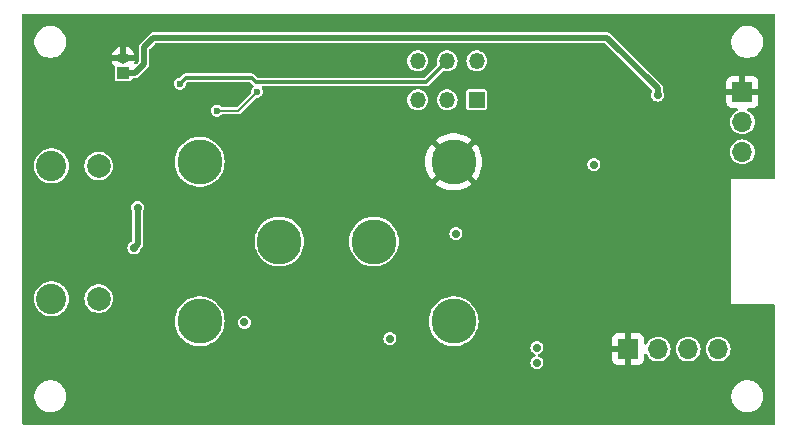
<source format=gbl>
%TF.GenerationSoftware,KiCad,Pcbnew,8.0.2-1*%
%TF.CreationDate,2024-09-12T10:11:59+09:00*%
%TF.ProjectId,gas_nrf52832,6761735f-6e72-4663-9532-3833322e6b69,rev?*%
%TF.SameCoordinates,Original*%
%TF.FileFunction,Copper,L4,Bot*%
%TF.FilePolarity,Positive*%
%FSLAX46Y46*%
G04 Gerber Fmt 4.6, Leading zero omitted, Abs format (unit mm)*
G04 Created by KiCad (PCBNEW 8.0.2-1) date 2024-09-12 10:11:59*
%MOMM*%
%LPD*%
G01*
G04 APERTURE LIST*
%TA.AperFunction,ComponentPad*%
%ADD10R,1.000000X1.000000*%
%TD*%
%TA.AperFunction,ComponentPad*%
%ADD11O,1.000000X1.000000*%
%TD*%
%TA.AperFunction,ComponentPad*%
%ADD12R,1.700000X1.700000*%
%TD*%
%TA.AperFunction,ComponentPad*%
%ADD13O,1.700000X1.700000*%
%TD*%
%TA.AperFunction,ComponentPad*%
%ADD14R,1.350000X1.350000*%
%TD*%
%TA.AperFunction,ComponentPad*%
%ADD15O,1.350000X1.350000*%
%TD*%
%TA.AperFunction,ComponentPad*%
%ADD16C,2.010000*%
%TD*%
%TA.AperFunction,ComponentPad*%
%ADD17C,2.565000*%
%TD*%
%TA.AperFunction,ComponentPad*%
%ADD18C,3.800000*%
%TD*%
%TA.AperFunction,ViaPad*%
%ADD19C,0.600000*%
%TD*%
%TA.AperFunction,ViaPad*%
%ADD20C,0.700000*%
%TD*%
%TA.AperFunction,Conductor*%
%ADD21C,0.500000*%
%TD*%
%TA.AperFunction,Conductor*%
%ADD22C,0.200000*%
%TD*%
%TA.AperFunction,Conductor*%
%ADD23C,0.300000*%
%TD*%
G04 APERTURE END LIST*
D10*
X98080000Y-80640000D03*
D11*
X98080000Y-79370000D03*
D12*
X140820000Y-104000000D03*
D13*
X143360000Y-104000000D03*
X145900000Y-104000000D03*
X148440000Y-104000000D03*
D14*
X128000000Y-82900000D03*
D15*
X125500000Y-82900000D03*
X123000000Y-82900000D03*
X128000000Y-79600000D03*
X125500000Y-79600000D03*
X123000000Y-79600000D03*
D12*
X150500000Y-82235000D03*
D13*
X150500000Y-84775000D03*
X150500000Y-87315000D03*
D16*
X96000000Y-88500000D03*
D17*
X92000000Y-88500000D03*
X92000000Y-99740000D03*
D16*
X96000000Y-99740000D03*
D18*
X104550000Y-101650000D03*
X104550000Y-88150000D03*
X111300000Y-94900000D03*
X119300000Y-94900000D03*
X126050000Y-88150000D03*
X126050000Y-101650000D03*
D19*
X143825000Y-86075000D03*
X116625000Y-98550000D03*
X95000000Y-105000000D03*
X146850000Y-88025000D03*
X105500000Y-80070000D03*
X115000000Y-76450000D03*
X115000000Y-109500000D03*
X115000000Y-85000000D03*
X135990000Y-105865000D03*
X137500000Y-83000000D03*
X90500000Y-109500000D03*
X100000000Y-109500000D03*
X125000000Y-109500000D03*
X133265000Y-106095000D03*
X140000000Y-97500000D03*
X112020000Y-99850000D03*
X130000000Y-109500000D03*
X133600000Y-92500000D03*
X127195000Y-96635000D03*
X118600000Y-103825000D03*
X108250000Y-79020000D03*
X100000000Y-100000000D03*
X130000000Y-76450000D03*
X142526054Y-88024813D03*
X111305000Y-84040000D03*
X152500000Y-80000000D03*
X135000000Y-76450000D03*
X129375000Y-90975000D03*
X145000000Y-109500000D03*
X104350000Y-78895000D03*
X130000000Y-79500000D03*
X110350000Y-80620000D03*
X110000000Y-76450000D03*
X104250000Y-82945000D03*
X139000000Y-76450000D03*
X133230000Y-99670000D03*
X100960000Y-92760000D03*
X152500000Y-109500000D03*
X90500000Y-76500000D03*
X110000000Y-109500000D03*
X135190000Y-101965000D03*
D20*
X147525000Y-78525000D03*
D19*
X120000000Y-85000000D03*
X100000000Y-76450000D03*
X140000000Y-109500000D03*
X95000000Y-109500000D03*
X100275000Y-81695000D03*
D20*
X96950000Y-97750000D03*
D19*
X135000000Y-109500000D03*
X110000000Y-90000000D03*
X100000000Y-105000000D03*
X107000000Y-80070000D03*
X105000000Y-109500000D03*
X95000000Y-76450000D03*
X152500000Y-85000000D03*
X118600000Y-97950000D03*
X139000000Y-79500000D03*
X129106765Y-93898235D03*
X152500000Y-105000000D03*
X142050000Y-85200000D03*
X100975000Y-83895000D03*
X135000000Y-79500000D03*
X90500000Y-80000000D03*
X125000000Y-76450000D03*
X145000000Y-106000000D03*
X126320000Y-96960000D03*
X133265000Y-102845000D03*
D20*
X96950000Y-90450000D03*
X149100000Y-100850000D03*
D19*
X102150000Y-78895000D03*
X107000000Y-81670000D03*
X105000000Y-76450000D03*
X144750000Y-88025000D03*
X152500000Y-101000000D03*
X145000000Y-92500000D03*
X152500000Y-89000000D03*
X152500000Y-76450000D03*
X142500000Y-95000000D03*
X137700000Y-90000000D03*
X120000000Y-76450000D03*
X133600000Y-91000000D03*
D20*
X137700000Y-99900000D03*
D19*
X145925000Y-84225000D03*
X134965000Y-96950000D03*
X109995000Y-100800000D03*
X105500000Y-81670000D03*
X90500000Y-95000000D03*
X90510000Y-105000000D03*
X100725000Y-78945000D03*
D20*
X149100000Y-91600000D03*
D19*
X147500000Y-76450000D03*
X100950000Y-95450000D03*
X102175000Y-83895000D03*
X109465181Y-80607187D03*
X132500000Y-83000000D03*
X137590000Y-105870000D03*
X139000000Y-86600000D03*
X120000000Y-109500000D03*
X115000000Y-90000000D03*
D20*
X143330000Y-82500000D03*
X133096000Y-105156000D03*
X133096000Y-103886000D03*
X126238000Y-94234000D03*
X137922000Y-88392000D03*
X120650000Y-103124000D03*
X108340000Y-101740000D03*
D19*
X109400000Y-82220000D03*
X106000000Y-83820000D03*
X102865380Y-81535380D03*
D20*
X99300000Y-92025000D03*
X98985000Y-95435000D03*
D21*
X100584000Y-77650000D02*
X99822000Y-78412000D01*
X99080000Y-80640000D02*
X98080000Y-80640000D01*
X99822000Y-79898000D02*
X99080000Y-80640000D01*
X139069239Y-77650000D02*
X100584000Y-77650000D01*
X143330000Y-81910761D02*
X139069239Y-77650000D01*
X143330000Y-82500000D02*
X143330000Y-81910761D01*
X99822000Y-78412000D02*
X99822000Y-79898000D01*
D22*
X109400000Y-82225000D02*
X107800000Y-83825000D01*
X107800000Y-83825000D02*
X106000000Y-83825000D01*
D23*
X123730000Y-81370000D02*
X125500000Y-79600000D01*
X103380760Y-81020000D02*
X108940000Y-81020000D01*
X109290000Y-81370000D02*
X123730000Y-81370000D01*
X102865380Y-81535380D02*
X103380760Y-81020000D01*
X108940000Y-81020000D02*
X109290000Y-81370000D01*
D21*
X98985000Y-95435000D02*
X99300000Y-95120000D01*
X99300000Y-95120000D02*
X99300000Y-92025000D01*
%TA.AperFunction,Conductor*%
G36*
X153243039Y-75619685D02*
G01*
X153288794Y-75672489D01*
X153300000Y-75724000D01*
X153300000Y-89503500D01*
X153280315Y-89570539D01*
X153227511Y-89616294D01*
X153176000Y-89627500D01*
X149500000Y-89627500D01*
X149500000Y-100227500D01*
X153176000Y-100227500D01*
X153243039Y-100247185D01*
X153288794Y-100299989D01*
X153300000Y-100351500D01*
X153300000Y-110276000D01*
X153280315Y-110343039D01*
X153227511Y-110388794D01*
X153176000Y-110400000D01*
X89624000Y-110400000D01*
X89556961Y-110380315D01*
X89511206Y-110327511D01*
X89500000Y-110276000D01*
X89500000Y-107893713D01*
X90549500Y-107893713D01*
X90549500Y-108106286D01*
X90582753Y-108316239D01*
X90648444Y-108518414D01*
X90744951Y-108707820D01*
X90869890Y-108879786D01*
X91020213Y-109030109D01*
X91192179Y-109155048D01*
X91192181Y-109155049D01*
X91192184Y-109155051D01*
X91381588Y-109251557D01*
X91583757Y-109317246D01*
X91793713Y-109350500D01*
X91793714Y-109350500D01*
X92006286Y-109350500D01*
X92006287Y-109350500D01*
X92216243Y-109317246D01*
X92418412Y-109251557D01*
X92607816Y-109155051D01*
X92629789Y-109139086D01*
X92779786Y-109030109D01*
X92779788Y-109030106D01*
X92779792Y-109030104D01*
X92930104Y-108879792D01*
X92930106Y-108879788D01*
X92930109Y-108879786D01*
X93055048Y-108707820D01*
X93055047Y-108707820D01*
X93055051Y-108707816D01*
X93151557Y-108518412D01*
X93217246Y-108316243D01*
X93250500Y-108106287D01*
X93250500Y-107893713D01*
X149549500Y-107893713D01*
X149549500Y-108106286D01*
X149582753Y-108316239D01*
X149648444Y-108518414D01*
X149744951Y-108707820D01*
X149869890Y-108879786D01*
X150020213Y-109030109D01*
X150192179Y-109155048D01*
X150192181Y-109155049D01*
X150192184Y-109155051D01*
X150381588Y-109251557D01*
X150583757Y-109317246D01*
X150793713Y-109350500D01*
X150793714Y-109350500D01*
X151006286Y-109350500D01*
X151006287Y-109350500D01*
X151216243Y-109317246D01*
X151418412Y-109251557D01*
X151607816Y-109155051D01*
X151629789Y-109139086D01*
X151779786Y-109030109D01*
X151779788Y-109030106D01*
X151779792Y-109030104D01*
X151930104Y-108879792D01*
X151930106Y-108879788D01*
X151930109Y-108879786D01*
X152055048Y-108707820D01*
X152055047Y-108707820D01*
X152055051Y-108707816D01*
X152151557Y-108518412D01*
X152217246Y-108316243D01*
X152250500Y-108106287D01*
X152250500Y-107893713D01*
X152217246Y-107683757D01*
X152151557Y-107481588D01*
X152055051Y-107292184D01*
X152055049Y-107292181D01*
X152055048Y-107292179D01*
X151930109Y-107120213D01*
X151779786Y-106969890D01*
X151607820Y-106844951D01*
X151418414Y-106748444D01*
X151418413Y-106748443D01*
X151418412Y-106748443D01*
X151216243Y-106682754D01*
X151216241Y-106682753D01*
X151216240Y-106682753D01*
X151054957Y-106657208D01*
X151006287Y-106649500D01*
X150793713Y-106649500D01*
X150745042Y-106657208D01*
X150583760Y-106682753D01*
X150381585Y-106748444D01*
X150192179Y-106844951D01*
X150020213Y-106969890D01*
X149869890Y-107120213D01*
X149744951Y-107292179D01*
X149648444Y-107481585D01*
X149582753Y-107683760D01*
X149549500Y-107893713D01*
X93250500Y-107893713D01*
X93217246Y-107683757D01*
X93151557Y-107481588D01*
X93055051Y-107292184D01*
X93055049Y-107292181D01*
X93055048Y-107292179D01*
X92930109Y-107120213D01*
X92779786Y-106969890D01*
X92607820Y-106844951D01*
X92418414Y-106748444D01*
X92418413Y-106748443D01*
X92418412Y-106748443D01*
X92216243Y-106682754D01*
X92216241Y-106682753D01*
X92216240Y-106682753D01*
X92054957Y-106657208D01*
X92006287Y-106649500D01*
X91793713Y-106649500D01*
X91745042Y-106657208D01*
X91583760Y-106682753D01*
X91381585Y-106748444D01*
X91192179Y-106844951D01*
X91020213Y-106969890D01*
X90869890Y-107120213D01*
X90744951Y-107292179D01*
X90648444Y-107481585D01*
X90582753Y-107683760D01*
X90549500Y-107893713D01*
X89500000Y-107893713D01*
X89500000Y-103885999D01*
X132540750Y-103885999D01*
X132540750Y-103886000D01*
X132559670Y-104029708D01*
X132559671Y-104029712D01*
X132615137Y-104163622D01*
X132615138Y-104163624D01*
X132615139Y-104163625D01*
X132703379Y-104278621D01*
X132818375Y-104366861D01*
X132836692Y-104374448D01*
X132913925Y-104406439D01*
X132968329Y-104450280D01*
X132990394Y-104516574D01*
X132973115Y-104584273D01*
X132921978Y-104631884D01*
X132913925Y-104635561D01*
X132818378Y-104675137D01*
X132703379Y-104763379D01*
X132615137Y-104878377D01*
X132559671Y-105012287D01*
X132559670Y-105012291D01*
X132540750Y-105155999D01*
X132540750Y-105156000D01*
X132559670Y-105299708D01*
X132559671Y-105299712D01*
X132615137Y-105433622D01*
X132615138Y-105433624D01*
X132615139Y-105433625D01*
X132703379Y-105548621D01*
X132818375Y-105636861D01*
X132952291Y-105692330D01*
X133079280Y-105709048D01*
X133095999Y-105711250D01*
X133096000Y-105711250D01*
X133096001Y-105711250D01*
X133110977Y-105709278D01*
X133239709Y-105692330D01*
X133373625Y-105636861D01*
X133488621Y-105548621D01*
X133576861Y-105433625D01*
X133632330Y-105299709D01*
X133651250Y-105156000D01*
X133632330Y-105012291D01*
X133576861Y-104878375D01*
X133488621Y-104763379D01*
X133373625Y-104675139D01*
X133373624Y-104675138D01*
X133373622Y-104675137D01*
X133278074Y-104635561D01*
X133223670Y-104591721D01*
X133201605Y-104525427D01*
X133218884Y-104457727D01*
X133270021Y-104410116D01*
X133278074Y-104406439D01*
X133355308Y-104374448D01*
X133373625Y-104366861D01*
X133488621Y-104278621D01*
X133576861Y-104163625D01*
X133632330Y-104029709D01*
X133651250Y-103886000D01*
X133632330Y-103742291D01*
X133595350Y-103653013D01*
X133576862Y-103608377D01*
X133576861Y-103608376D01*
X133576861Y-103608375D01*
X133488621Y-103493379D01*
X133373625Y-103405139D01*
X133373624Y-103405138D01*
X133373622Y-103405137D01*
X133239712Y-103349671D01*
X133239710Y-103349670D01*
X133239709Y-103349670D01*
X133167854Y-103340210D01*
X133096001Y-103330750D01*
X133095999Y-103330750D01*
X132952291Y-103349670D01*
X132952287Y-103349671D01*
X132818377Y-103405137D01*
X132703379Y-103493379D01*
X132615137Y-103608377D01*
X132559671Y-103742287D01*
X132559670Y-103742291D01*
X132540750Y-103885999D01*
X89500000Y-103885999D01*
X89500000Y-101650000D01*
X102444592Y-101650000D01*
X102464201Y-101936680D01*
X102522666Y-102218034D01*
X102522667Y-102218037D01*
X102618894Y-102488793D01*
X102618893Y-102488793D01*
X102751098Y-102743935D01*
X102916812Y-102978700D01*
X103001923Y-103069831D01*
X103112947Y-103188708D01*
X103335853Y-103370055D01*
X103576869Y-103516621D01*
X103581382Y-103519365D01*
X103757915Y-103596043D01*
X103844942Y-103633844D01*
X104121642Y-103711371D01*
X104371920Y-103745771D01*
X104406321Y-103750500D01*
X104406322Y-103750500D01*
X104693679Y-103750500D01*
X104724370Y-103746281D01*
X104978358Y-103711371D01*
X105255058Y-103633844D01*
X105368015Y-103584779D01*
X105518617Y-103519365D01*
X105518620Y-103519363D01*
X105518625Y-103519361D01*
X105764147Y-103370055D01*
X105987053Y-103188708D01*
X106047487Y-103123999D01*
X120094750Y-103123999D01*
X120094750Y-103124000D01*
X120113670Y-103267708D01*
X120113671Y-103267712D01*
X120169137Y-103401622D01*
X120169138Y-103401624D01*
X120169139Y-103401625D01*
X120257379Y-103516621D01*
X120372375Y-103604861D01*
X120372376Y-103604861D01*
X120372377Y-103604862D01*
X120387464Y-103611111D01*
X120506291Y-103660330D01*
X120633280Y-103677048D01*
X120649999Y-103679250D01*
X120650000Y-103679250D01*
X120650001Y-103679250D01*
X120664977Y-103677278D01*
X120793709Y-103660330D01*
X120927625Y-103604861D01*
X121042621Y-103516621D01*
X121130861Y-103401625D01*
X121186330Y-103267709D01*
X121205250Y-103124000D01*
X121205028Y-103122317D01*
X121202374Y-103102155D01*
X121186330Y-102980291D01*
X121130861Y-102846375D01*
X121042621Y-102731379D01*
X120927625Y-102643139D01*
X120927624Y-102643138D01*
X120927622Y-102643137D01*
X120793712Y-102587671D01*
X120793710Y-102587670D01*
X120793709Y-102587670D01*
X120721854Y-102578210D01*
X120650001Y-102568750D01*
X120649999Y-102568750D01*
X120506291Y-102587670D01*
X120506287Y-102587671D01*
X120372377Y-102643137D01*
X120257379Y-102731379D01*
X120169137Y-102846377D01*
X120113671Y-102980287D01*
X120113670Y-102980291D01*
X120094750Y-103123999D01*
X106047487Y-103123999D01*
X106183189Y-102978698D01*
X106348901Y-102743936D01*
X106481104Y-102488797D01*
X106577334Y-102218032D01*
X106635798Y-101936686D01*
X106649252Y-101739999D01*
X107784750Y-101739999D01*
X107784750Y-101740000D01*
X107803670Y-101883708D01*
X107803671Y-101883712D01*
X107859137Y-102017622D01*
X107859138Y-102017624D01*
X107859139Y-102017625D01*
X107947379Y-102132621D01*
X108062375Y-102220861D01*
X108196291Y-102276330D01*
X108323280Y-102293048D01*
X108339999Y-102295250D01*
X108340000Y-102295250D01*
X108340001Y-102295250D01*
X108354977Y-102293278D01*
X108483709Y-102276330D01*
X108617625Y-102220861D01*
X108732621Y-102132621D01*
X108820861Y-102017625D01*
X108876330Y-101883709D01*
X108895250Y-101740000D01*
X108883401Y-101650000D01*
X123944592Y-101650000D01*
X123964201Y-101936680D01*
X124022666Y-102218034D01*
X124022667Y-102218037D01*
X124118894Y-102488793D01*
X124118893Y-102488793D01*
X124251098Y-102743935D01*
X124416812Y-102978700D01*
X124501923Y-103069831D01*
X124612947Y-103188708D01*
X124835853Y-103370055D01*
X125076869Y-103516621D01*
X125081382Y-103519365D01*
X125257915Y-103596043D01*
X125344942Y-103633844D01*
X125621642Y-103711371D01*
X125871920Y-103745771D01*
X125906321Y-103750500D01*
X125906322Y-103750500D01*
X126193679Y-103750500D01*
X126224370Y-103746281D01*
X126478358Y-103711371D01*
X126755058Y-103633844D01*
X126868015Y-103584779D01*
X127018617Y-103519365D01*
X127018620Y-103519363D01*
X127018625Y-103519361D01*
X127264147Y-103370055D01*
X127487053Y-103188708D01*
X127567888Y-103102155D01*
X139470000Y-103102155D01*
X139470000Y-103750000D01*
X140386988Y-103750000D01*
X140354075Y-103807007D01*
X140320000Y-103934174D01*
X140320000Y-104065826D01*
X140354075Y-104192993D01*
X140386988Y-104250000D01*
X139470000Y-104250000D01*
X139470000Y-104897844D01*
X139476401Y-104957372D01*
X139476403Y-104957379D01*
X139526645Y-105092086D01*
X139526649Y-105092093D01*
X139612809Y-105207187D01*
X139612812Y-105207190D01*
X139727906Y-105293350D01*
X139727913Y-105293354D01*
X139862620Y-105343596D01*
X139862627Y-105343598D01*
X139922155Y-105349999D01*
X139922172Y-105350000D01*
X140570000Y-105350000D01*
X140570000Y-104433012D01*
X140627007Y-104465925D01*
X140754174Y-104500000D01*
X140885826Y-104500000D01*
X141012993Y-104465925D01*
X141070000Y-104433012D01*
X141070000Y-105350000D01*
X141717828Y-105350000D01*
X141717844Y-105349999D01*
X141777372Y-105343598D01*
X141777379Y-105343596D01*
X141912086Y-105293354D01*
X141912093Y-105293350D01*
X142027187Y-105207190D01*
X142027190Y-105207187D01*
X142113350Y-105092093D01*
X142113354Y-105092086D01*
X142163596Y-104957379D01*
X142163598Y-104957372D01*
X142169999Y-104897844D01*
X142170000Y-104897827D01*
X142170000Y-104497186D01*
X142189685Y-104430147D01*
X142242489Y-104384392D01*
X142311647Y-104374448D01*
X142375203Y-104403473D01*
X142403356Y-104438729D01*
X142482315Y-104586450D01*
X142482317Y-104586452D01*
X142613589Y-104746410D01*
X142710209Y-104825702D01*
X142773550Y-104877685D01*
X142956046Y-104975232D01*
X143154066Y-105035300D01*
X143154065Y-105035300D01*
X143172529Y-105037118D01*
X143360000Y-105055583D01*
X143565934Y-105035300D01*
X143763954Y-104975232D01*
X143946450Y-104877685D01*
X144106410Y-104746410D01*
X144237685Y-104586450D01*
X144335232Y-104403954D01*
X144395300Y-104205934D01*
X144415583Y-104000000D01*
X144844417Y-104000000D01*
X144864699Y-104205932D01*
X144864700Y-104205934D01*
X144924768Y-104403954D01*
X145022315Y-104586450D01*
X145022317Y-104586452D01*
X145153589Y-104746410D01*
X145250209Y-104825702D01*
X145313550Y-104877685D01*
X145496046Y-104975232D01*
X145694066Y-105035300D01*
X145694065Y-105035300D01*
X145712529Y-105037118D01*
X145900000Y-105055583D01*
X146105934Y-105035300D01*
X146303954Y-104975232D01*
X146486450Y-104877685D01*
X146646410Y-104746410D01*
X146777685Y-104586450D01*
X146875232Y-104403954D01*
X146935300Y-104205934D01*
X146955583Y-104000000D01*
X147384417Y-104000000D01*
X147404699Y-104205932D01*
X147404700Y-104205934D01*
X147464768Y-104403954D01*
X147562315Y-104586450D01*
X147562317Y-104586452D01*
X147693589Y-104746410D01*
X147790209Y-104825702D01*
X147853550Y-104877685D01*
X148036046Y-104975232D01*
X148234066Y-105035300D01*
X148234065Y-105035300D01*
X148252529Y-105037118D01*
X148440000Y-105055583D01*
X148645934Y-105035300D01*
X148843954Y-104975232D01*
X149026450Y-104877685D01*
X149186410Y-104746410D01*
X149317685Y-104586450D01*
X149415232Y-104403954D01*
X149475300Y-104205934D01*
X149495583Y-104000000D01*
X149475300Y-103794066D01*
X149415232Y-103596046D01*
X149317685Y-103413550D01*
X149198000Y-103267712D01*
X149186410Y-103253589D01*
X149026452Y-103122317D01*
X149026453Y-103122317D01*
X149026450Y-103122315D01*
X148843954Y-103024768D01*
X148645934Y-102964700D01*
X148645932Y-102964699D01*
X148645934Y-102964699D01*
X148440000Y-102944417D01*
X148234067Y-102964699D01*
X148036043Y-103024769D01*
X148002634Y-103042627D01*
X147853550Y-103122315D01*
X147853548Y-103122316D01*
X147853547Y-103122317D01*
X147693589Y-103253589D01*
X147562317Y-103413547D01*
X147464769Y-103596043D01*
X147464768Y-103596045D01*
X147464768Y-103596046D01*
X147460198Y-103611111D01*
X147404699Y-103794067D01*
X147384417Y-104000000D01*
X146955583Y-104000000D01*
X146935300Y-103794066D01*
X146875232Y-103596046D01*
X146777685Y-103413550D01*
X146658000Y-103267712D01*
X146646410Y-103253589D01*
X146486452Y-103122317D01*
X146486453Y-103122317D01*
X146486450Y-103122315D01*
X146303954Y-103024768D01*
X146105934Y-102964700D01*
X146105932Y-102964699D01*
X146105934Y-102964699D01*
X145900000Y-102944417D01*
X145694067Y-102964699D01*
X145496043Y-103024769D01*
X145462634Y-103042627D01*
X145313550Y-103122315D01*
X145313548Y-103122316D01*
X145313547Y-103122317D01*
X145153589Y-103253589D01*
X145022317Y-103413547D01*
X144924769Y-103596043D01*
X144924768Y-103596045D01*
X144924768Y-103596046D01*
X144920198Y-103611111D01*
X144864699Y-103794067D01*
X144844417Y-104000000D01*
X144415583Y-104000000D01*
X144395300Y-103794066D01*
X144335232Y-103596046D01*
X144237685Y-103413550D01*
X144118000Y-103267712D01*
X144106410Y-103253589D01*
X143946452Y-103122317D01*
X143946453Y-103122317D01*
X143946450Y-103122315D01*
X143763954Y-103024768D01*
X143565934Y-102964700D01*
X143565932Y-102964699D01*
X143565934Y-102964699D01*
X143360000Y-102944417D01*
X143154067Y-102964699D01*
X142956043Y-103024769D01*
X142922634Y-103042627D01*
X142773550Y-103122315D01*
X142773548Y-103122316D01*
X142773547Y-103122317D01*
X142613589Y-103253589D01*
X142482317Y-103413547D01*
X142482315Y-103413550D01*
X142410887Y-103547181D01*
X142403358Y-103561267D01*
X142354395Y-103611111D01*
X142286257Y-103626571D01*
X142220578Y-103602739D01*
X142178209Y-103547181D01*
X142170000Y-103502813D01*
X142170000Y-103102172D01*
X142169999Y-103102155D01*
X142163598Y-103042627D01*
X142163596Y-103042620D01*
X142113354Y-102907913D01*
X142113350Y-102907906D01*
X142027190Y-102792812D01*
X142027187Y-102792809D01*
X141912093Y-102706649D01*
X141912086Y-102706645D01*
X141777379Y-102656403D01*
X141777372Y-102656401D01*
X141717844Y-102650000D01*
X141070000Y-102650000D01*
X141070000Y-103566988D01*
X141012993Y-103534075D01*
X140885826Y-103500000D01*
X140754174Y-103500000D01*
X140627007Y-103534075D01*
X140570000Y-103566988D01*
X140570000Y-102650000D01*
X139922155Y-102650000D01*
X139862627Y-102656401D01*
X139862620Y-102656403D01*
X139727913Y-102706645D01*
X139727906Y-102706649D01*
X139612812Y-102792809D01*
X139612809Y-102792812D01*
X139526649Y-102907906D01*
X139526645Y-102907913D01*
X139476403Y-103042620D01*
X139476401Y-103042627D01*
X139470000Y-103102155D01*
X127567888Y-103102155D01*
X127683189Y-102978698D01*
X127848901Y-102743936D01*
X127981104Y-102488797D01*
X128077334Y-102218032D01*
X128135798Y-101936686D01*
X128155408Y-101650000D01*
X128135798Y-101363314D01*
X128077334Y-101081968D01*
X127981105Y-100811206D01*
X127981106Y-100811206D01*
X127848901Y-100556064D01*
X127683187Y-100321299D01*
X127548742Y-100177345D01*
X127487053Y-100111292D01*
X127264147Y-99929945D01*
X127264146Y-99929944D01*
X127018617Y-99780634D01*
X126755063Y-99666158D01*
X126755061Y-99666157D01*
X126755058Y-99666156D01*
X126625578Y-99629877D01*
X126478364Y-99588630D01*
X126478359Y-99588629D01*
X126478358Y-99588629D01*
X126336018Y-99569064D01*
X126193679Y-99549500D01*
X126193678Y-99549500D01*
X125906322Y-99549500D01*
X125906321Y-99549500D01*
X125621642Y-99588629D01*
X125621635Y-99588630D01*
X125413861Y-99646845D01*
X125344942Y-99666156D01*
X125344939Y-99666156D01*
X125344936Y-99666158D01*
X125344935Y-99666158D01*
X125081382Y-99780634D01*
X124835853Y-99929944D01*
X124612950Y-100111289D01*
X124416812Y-100321299D01*
X124251098Y-100556064D01*
X124118894Y-100811206D01*
X124022667Y-101081962D01*
X124022666Y-101081965D01*
X123964201Y-101363319D01*
X123944592Y-101650000D01*
X108883401Y-101650000D01*
X108876330Y-101596291D01*
X108820861Y-101462375D01*
X108732621Y-101347379D01*
X108617625Y-101259139D01*
X108617624Y-101259138D01*
X108617622Y-101259137D01*
X108483712Y-101203671D01*
X108483710Y-101203670D01*
X108483709Y-101203670D01*
X108411854Y-101194210D01*
X108340001Y-101184750D01*
X108339999Y-101184750D01*
X108196291Y-101203670D01*
X108196287Y-101203671D01*
X108062377Y-101259137D01*
X107947379Y-101347379D01*
X107859137Y-101462377D01*
X107803671Y-101596287D01*
X107803670Y-101596291D01*
X107784750Y-101739999D01*
X106649252Y-101739999D01*
X106655408Y-101650000D01*
X106635798Y-101363314D01*
X106577334Y-101081968D01*
X106481105Y-100811206D01*
X106481106Y-100811206D01*
X106348901Y-100556064D01*
X106183187Y-100321299D01*
X106048742Y-100177345D01*
X105987053Y-100111292D01*
X105764147Y-99929945D01*
X105764146Y-99929944D01*
X105518617Y-99780634D01*
X105255063Y-99666158D01*
X105255061Y-99666157D01*
X105255058Y-99666156D01*
X105125578Y-99629877D01*
X104978364Y-99588630D01*
X104978359Y-99588629D01*
X104978358Y-99588629D01*
X104836018Y-99569064D01*
X104693679Y-99549500D01*
X104693678Y-99549500D01*
X104406322Y-99549500D01*
X104406321Y-99549500D01*
X104121642Y-99588629D01*
X104121635Y-99588630D01*
X103913861Y-99646845D01*
X103844942Y-99666156D01*
X103844939Y-99666156D01*
X103844936Y-99666158D01*
X103844935Y-99666158D01*
X103581382Y-99780634D01*
X103335853Y-99929944D01*
X103112950Y-100111289D01*
X102916812Y-100321299D01*
X102751098Y-100556064D01*
X102618894Y-100811206D01*
X102522667Y-101081962D01*
X102522666Y-101081965D01*
X102464201Y-101363319D01*
X102444592Y-101650000D01*
X89500000Y-101650000D01*
X89500000Y-99739994D01*
X90511917Y-99739994D01*
X90511917Y-99740005D01*
X90532212Y-99984926D01*
X90592545Y-100223180D01*
X90691269Y-100448248D01*
X90825690Y-100653996D01*
X90825693Y-100653999D01*
X90992149Y-100834818D01*
X91186096Y-100985773D01*
X91402244Y-101102747D01*
X91634697Y-101182548D01*
X91877115Y-101223000D01*
X92122885Y-101223000D01*
X92365303Y-101182548D01*
X92597756Y-101102747D01*
X92813904Y-100985773D01*
X93007851Y-100834818D01*
X93174307Y-100653999D01*
X93308730Y-100448249D01*
X93407455Y-100223180D01*
X93467787Y-99984930D01*
X93476807Y-99876072D01*
X93488083Y-99740005D01*
X93488083Y-99739999D01*
X94789336Y-99739999D01*
X94789336Y-99740000D01*
X94809949Y-99962454D01*
X94809949Y-99962456D01*
X94809950Y-99962459D01*
X94871089Y-100177342D01*
X94871090Y-100177345D01*
X94970669Y-100377326D01*
X94970674Y-100377334D01*
X95105310Y-100555621D01*
X95270411Y-100706130D01*
X95270413Y-100706132D01*
X95460357Y-100823740D01*
X95460358Y-100823740D01*
X95460361Y-100823742D01*
X95668686Y-100904448D01*
X95888294Y-100945500D01*
X95888296Y-100945500D01*
X96111704Y-100945500D01*
X96111706Y-100945500D01*
X96331314Y-100904448D01*
X96539639Y-100823742D01*
X96729588Y-100706131D01*
X96894691Y-100555619D01*
X97029327Y-100377332D01*
X97128911Y-100177342D01*
X97190050Y-99962459D01*
X97210664Y-99740000D01*
X97210663Y-99739994D01*
X97190050Y-99517545D01*
X97190050Y-99517541D01*
X97128911Y-99302658D01*
X97106086Y-99256819D01*
X97029330Y-99102673D01*
X97029325Y-99102665D01*
X96894689Y-98924378D01*
X96729588Y-98773869D01*
X96729586Y-98773867D01*
X96539642Y-98656259D01*
X96539636Y-98656257D01*
X96331314Y-98575552D01*
X96111706Y-98534500D01*
X95888294Y-98534500D01*
X95668686Y-98575552D01*
X95536943Y-98626589D01*
X95460363Y-98656257D01*
X95460357Y-98656259D01*
X95270413Y-98773867D01*
X95270411Y-98773869D01*
X95105310Y-98924378D01*
X94970674Y-99102665D01*
X94970669Y-99102673D01*
X94871090Y-99302654D01*
X94809949Y-99517545D01*
X94789336Y-99739999D01*
X93488083Y-99739999D01*
X93488083Y-99739994D01*
X93467787Y-99495073D01*
X93467787Y-99495070D01*
X93407455Y-99256820D01*
X93308730Y-99031751D01*
X93238580Y-98924378D01*
X93174309Y-98826003D01*
X93126314Y-98773867D01*
X93007851Y-98645182D01*
X92813904Y-98494227D01*
X92813902Y-98494226D01*
X92813901Y-98494225D01*
X92597756Y-98377253D01*
X92597748Y-98377250D01*
X92365305Y-98297452D01*
X92122885Y-98257000D01*
X91877115Y-98257000D01*
X91634694Y-98297452D01*
X91402251Y-98377250D01*
X91402243Y-98377253D01*
X91186098Y-98494225D01*
X90992150Y-98645181D01*
X90825690Y-98826003D01*
X90691269Y-99031751D01*
X90592545Y-99256819D01*
X90532212Y-99495073D01*
X90511917Y-99739994D01*
X89500000Y-99739994D01*
X89500000Y-95435000D01*
X98429750Y-95435000D01*
X98438241Y-95499498D01*
X98448670Y-95578708D01*
X98448671Y-95578712D01*
X98504137Y-95712622D01*
X98504138Y-95712624D01*
X98504139Y-95712625D01*
X98592379Y-95827621D01*
X98707375Y-95915861D01*
X98841291Y-95971330D01*
X98968280Y-95988048D01*
X98984999Y-95990250D01*
X98985000Y-95990250D01*
X98985001Y-95990250D01*
X98999977Y-95988278D01*
X99128709Y-95971330D01*
X99262625Y-95915861D01*
X99377621Y-95827621D01*
X99465861Y-95712625D01*
X99521330Y-95578709D01*
X99522344Y-95571004D01*
X99550605Y-95507106D01*
X99557604Y-95499498D01*
X99660486Y-95396617D01*
X99660486Y-95396616D01*
X99660489Y-95396614D01*
X99719798Y-95293887D01*
X99719799Y-95293886D01*
X99750500Y-95179309D01*
X99750500Y-94900000D01*
X109194592Y-94900000D01*
X109214201Y-95186680D01*
X109272666Y-95468034D01*
X109272667Y-95468037D01*
X109368894Y-95738793D01*
X109368893Y-95738793D01*
X109501098Y-95993935D01*
X109666812Y-96228700D01*
X109751923Y-96319831D01*
X109862947Y-96438708D01*
X110085853Y-96620055D01*
X110331382Y-96769365D01*
X110518237Y-96850526D01*
X110594942Y-96883844D01*
X110871642Y-96961371D01*
X111121920Y-96995771D01*
X111156321Y-97000500D01*
X111156322Y-97000500D01*
X111443679Y-97000500D01*
X111474370Y-96996281D01*
X111728358Y-96961371D01*
X112005058Y-96883844D01*
X112118015Y-96834779D01*
X112268617Y-96769365D01*
X112268620Y-96769363D01*
X112268625Y-96769361D01*
X112514147Y-96620055D01*
X112737053Y-96438708D01*
X112933189Y-96228698D01*
X113098901Y-95993936D01*
X113231104Y-95738797D01*
X113327334Y-95468032D01*
X113385798Y-95186686D01*
X113405408Y-94900000D01*
X117194592Y-94900000D01*
X117214201Y-95186680D01*
X117272666Y-95468034D01*
X117272667Y-95468037D01*
X117368894Y-95738793D01*
X117368893Y-95738793D01*
X117501098Y-95993935D01*
X117666812Y-96228700D01*
X117751923Y-96319831D01*
X117862947Y-96438708D01*
X118085853Y-96620055D01*
X118331382Y-96769365D01*
X118518237Y-96850526D01*
X118594942Y-96883844D01*
X118871642Y-96961371D01*
X119121920Y-96995771D01*
X119156321Y-97000500D01*
X119156322Y-97000500D01*
X119443679Y-97000500D01*
X119474370Y-96996281D01*
X119728358Y-96961371D01*
X120005058Y-96883844D01*
X120118015Y-96834779D01*
X120268617Y-96769365D01*
X120268620Y-96769363D01*
X120268625Y-96769361D01*
X120514147Y-96620055D01*
X120737053Y-96438708D01*
X120933189Y-96228698D01*
X121098901Y-95993936D01*
X121231104Y-95738797D01*
X121327334Y-95468032D01*
X121385798Y-95186686D01*
X121405408Y-94900000D01*
X121385798Y-94613314D01*
X121327334Y-94331968D01*
X121292516Y-94233999D01*
X125682750Y-94233999D01*
X125682750Y-94234000D01*
X125701670Y-94377708D01*
X125701671Y-94377712D01*
X125757137Y-94511622D01*
X125757138Y-94511624D01*
X125757139Y-94511625D01*
X125845379Y-94626621D01*
X125960375Y-94714861D01*
X126094291Y-94770330D01*
X126221280Y-94787048D01*
X126237999Y-94789250D01*
X126238000Y-94789250D01*
X126238001Y-94789250D01*
X126252977Y-94787278D01*
X126381709Y-94770330D01*
X126515625Y-94714861D01*
X126630621Y-94626621D01*
X126718861Y-94511625D01*
X126774330Y-94377709D01*
X126793250Y-94234000D01*
X126774330Y-94090291D01*
X126718861Y-93956375D01*
X126630621Y-93841379D01*
X126515625Y-93753139D01*
X126515624Y-93753138D01*
X126515622Y-93753137D01*
X126381712Y-93697671D01*
X126381710Y-93697670D01*
X126381709Y-93697670D01*
X126309854Y-93688210D01*
X126238001Y-93678750D01*
X126237999Y-93678750D01*
X126094291Y-93697670D01*
X126094287Y-93697671D01*
X125960377Y-93753137D01*
X125845379Y-93841379D01*
X125757137Y-93956377D01*
X125701671Y-94090287D01*
X125701670Y-94090291D01*
X125682750Y-94233999D01*
X121292516Y-94233999D01*
X121231105Y-94061206D01*
X121231106Y-94061206D01*
X121098901Y-93806064D01*
X120933187Y-93571299D01*
X120854554Y-93487105D01*
X120737053Y-93361292D01*
X120514147Y-93179945D01*
X120514146Y-93179944D01*
X120268617Y-93030634D01*
X120005063Y-92916158D01*
X120005061Y-92916157D01*
X120005058Y-92916156D01*
X119875578Y-92879877D01*
X119728364Y-92838630D01*
X119728359Y-92838629D01*
X119728358Y-92838629D01*
X119586018Y-92819064D01*
X119443679Y-92799500D01*
X119443678Y-92799500D01*
X119156322Y-92799500D01*
X119156321Y-92799500D01*
X118871642Y-92838629D01*
X118871635Y-92838630D01*
X118663861Y-92896845D01*
X118594942Y-92916156D01*
X118594939Y-92916156D01*
X118594936Y-92916158D01*
X118594935Y-92916158D01*
X118331382Y-93030634D01*
X118085853Y-93179944D01*
X117862950Y-93361289D01*
X117666812Y-93571299D01*
X117501098Y-93806064D01*
X117368894Y-94061206D01*
X117272667Y-94331962D01*
X117272666Y-94331965D01*
X117214201Y-94613319D01*
X117194592Y-94900000D01*
X113405408Y-94900000D01*
X113385798Y-94613314D01*
X113327334Y-94331968D01*
X113231105Y-94061206D01*
X113231106Y-94061206D01*
X113098901Y-93806064D01*
X112933187Y-93571299D01*
X112854554Y-93487105D01*
X112737053Y-93361292D01*
X112514147Y-93179945D01*
X112514146Y-93179944D01*
X112268617Y-93030634D01*
X112005063Y-92916158D01*
X112005061Y-92916157D01*
X112005058Y-92916156D01*
X111875578Y-92879877D01*
X111728364Y-92838630D01*
X111728359Y-92838629D01*
X111728358Y-92838629D01*
X111586018Y-92819064D01*
X111443679Y-92799500D01*
X111443678Y-92799500D01*
X111156322Y-92799500D01*
X111156321Y-92799500D01*
X110871642Y-92838629D01*
X110871635Y-92838630D01*
X110663861Y-92896845D01*
X110594942Y-92916156D01*
X110594939Y-92916156D01*
X110594936Y-92916158D01*
X110594935Y-92916158D01*
X110331382Y-93030634D01*
X110085853Y-93179944D01*
X109862950Y-93361289D01*
X109666812Y-93571299D01*
X109501098Y-93806064D01*
X109368894Y-94061206D01*
X109272667Y-94331962D01*
X109272666Y-94331965D01*
X109214201Y-94613319D01*
X109194592Y-94900000D01*
X99750500Y-94900000D01*
X99750500Y-92384284D01*
X99770185Y-92317245D01*
X99776116Y-92308808D01*
X99780861Y-92302625D01*
X99836330Y-92168709D01*
X99855250Y-92025000D01*
X99836330Y-91881291D01*
X99780861Y-91747375D01*
X99692621Y-91632379D01*
X99577625Y-91544139D01*
X99577624Y-91544138D01*
X99577622Y-91544137D01*
X99443712Y-91488671D01*
X99443710Y-91488670D01*
X99443709Y-91488670D01*
X99371854Y-91479210D01*
X99300001Y-91469750D01*
X99299999Y-91469750D01*
X99156291Y-91488670D01*
X99156287Y-91488671D01*
X99022377Y-91544137D01*
X98907379Y-91632379D01*
X98819137Y-91747377D01*
X98763671Y-91881287D01*
X98763670Y-91881291D01*
X98744750Y-92024999D01*
X98744750Y-92025000D01*
X98763670Y-92168708D01*
X98763671Y-92168712D01*
X98819137Y-92302622D01*
X98819138Y-92302624D01*
X98819139Y-92302625D01*
X98823875Y-92308798D01*
X98849070Y-92373965D01*
X98849500Y-92384284D01*
X98849500Y-94812415D01*
X98829815Y-94879454D01*
X98777011Y-94925209D01*
X98772952Y-94926976D01*
X98707378Y-94954137D01*
X98592379Y-95042379D01*
X98504137Y-95157377D01*
X98448671Y-95291287D01*
X98448670Y-95291291D01*
X98434804Y-95396615D01*
X98429750Y-95435000D01*
X89500000Y-95435000D01*
X89500000Y-88499994D01*
X90511917Y-88499994D01*
X90511917Y-88500005D01*
X90532212Y-88744926D01*
X90592545Y-88983180D01*
X90691269Y-89208248D01*
X90825690Y-89413996D01*
X90825693Y-89413999D01*
X90992149Y-89594818D01*
X91186096Y-89745773D01*
X91402244Y-89862747D01*
X91634697Y-89942548D01*
X91877115Y-89983000D01*
X92122885Y-89983000D01*
X92365303Y-89942548D01*
X92597756Y-89862747D01*
X92813904Y-89745773D01*
X93007851Y-89594818D01*
X93174307Y-89413999D01*
X93308730Y-89208249D01*
X93407455Y-88983180D01*
X93467787Y-88744930D01*
X93488083Y-88500000D01*
X93488083Y-88499999D01*
X94789336Y-88499999D01*
X94789336Y-88500000D01*
X94809949Y-88722454D01*
X94809949Y-88722456D01*
X94809950Y-88722459D01*
X94852743Y-88872861D01*
X94871090Y-88937345D01*
X94970669Y-89137326D01*
X94970674Y-89137334D01*
X95105310Y-89315621D01*
X95270411Y-89466130D01*
X95270413Y-89466132D01*
X95460357Y-89583740D01*
X95460358Y-89583740D01*
X95460361Y-89583742D01*
X95668686Y-89664448D01*
X95888294Y-89705500D01*
X95888296Y-89705500D01*
X96111704Y-89705500D01*
X96111706Y-89705500D01*
X96331314Y-89664448D01*
X96539639Y-89583742D01*
X96729588Y-89466131D01*
X96894691Y-89315619D01*
X97029327Y-89137332D01*
X97128911Y-88937342D01*
X97190050Y-88722459D01*
X97210664Y-88500000D01*
X97210663Y-88499994D01*
X97200656Y-88391999D01*
X97190050Y-88277541D01*
X97153762Y-88150000D01*
X102444592Y-88150000D01*
X102464201Y-88436680D01*
X102464201Y-88436684D01*
X102464202Y-88436686D01*
X102477359Y-88499999D01*
X102522666Y-88718034D01*
X102522667Y-88718037D01*
X102618894Y-88988793D01*
X102618893Y-88988793D01*
X102751098Y-89243935D01*
X102916812Y-89478700D01*
X102995977Y-89563464D01*
X103112947Y-89688708D01*
X103335853Y-89870055D01*
X103577474Y-90016989D01*
X103581382Y-90019365D01*
X103768237Y-90100526D01*
X103844942Y-90133844D01*
X104121642Y-90211371D01*
X104371920Y-90245771D01*
X104406321Y-90250500D01*
X104406322Y-90250500D01*
X104693679Y-90250500D01*
X104724370Y-90246281D01*
X104978358Y-90211371D01*
X105255058Y-90133844D01*
X105368015Y-90084779D01*
X105518617Y-90019365D01*
X105518620Y-90019363D01*
X105518625Y-90019361D01*
X105764147Y-89870055D01*
X105987053Y-89688708D01*
X106183189Y-89478698D01*
X106348901Y-89243936D01*
X106481104Y-88988797D01*
X106577334Y-88718032D01*
X106635798Y-88436686D01*
X106655408Y-88150000D01*
X106655408Y-88149994D01*
X123645255Y-88149994D01*
X123645255Y-88150005D01*
X123664215Y-88451383D01*
X123664216Y-88451390D01*
X123720805Y-88748040D01*
X123814125Y-89035247D01*
X123814127Y-89035252D01*
X123942704Y-89308491D01*
X123942707Y-89308497D01*
X124104516Y-89563469D01*
X124185311Y-89661133D01*
X124898932Y-88947512D01*
X124982140Y-89062039D01*
X125137961Y-89217860D01*
X125252485Y-89301066D01*
X124536564Y-90016987D01*
X124536565Y-90016989D01*
X124761461Y-90180385D01*
X124761479Y-90180397D01*
X125026109Y-90325878D01*
X125026117Y-90325882D01*
X125306889Y-90437047D01*
X125306892Y-90437048D01*
X125599399Y-90512150D01*
X125898995Y-90549999D01*
X125899007Y-90550000D01*
X126200993Y-90550000D01*
X126201004Y-90549999D01*
X126500600Y-90512150D01*
X126793107Y-90437048D01*
X126793110Y-90437047D01*
X127073882Y-90325882D01*
X127073890Y-90325878D01*
X127338520Y-90180397D01*
X127338530Y-90180390D01*
X127563433Y-90016987D01*
X127563434Y-90016987D01*
X126847514Y-89301066D01*
X126962039Y-89217860D01*
X127117860Y-89062039D01*
X127201067Y-88947514D01*
X127914687Y-89661134D01*
X127995486Y-89563464D01*
X128157292Y-89308497D01*
X128157295Y-89308491D01*
X128285872Y-89035252D01*
X128285874Y-89035247D01*
X128379194Y-88748040D01*
X128435783Y-88451390D01*
X128435784Y-88451383D01*
X128439520Y-88392000D01*
X137366750Y-88392000D01*
X137378050Y-88477834D01*
X137385670Y-88535708D01*
X137385671Y-88535712D01*
X137441137Y-88669622D01*
X137441138Y-88669624D01*
X137441139Y-88669625D01*
X137529379Y-88784621D01*
X137644375Y-88872861D01*
X137778291Y-88928330D01*
X137905280Y-88945048D01*
X137921999Y-88947250D01*
X137922000Y-88947250D01*
X137922001Y-88947250D01*
X137936977Y-88945278D01*
X138065709Y-88928330D01*
X138199625Y-88872861D01*
X138314621Y-88784621D01*
X138402861Y-88669625D01*
X138458330Y-88535709D01*
X138477250Y-88392000D01*
X138458330Y-88248291D01*
X138402861Y-88114375D01*
X138314621Y-87999379D01*
X138199625Y-87911139D01*
X138199624Y-87911138D01*
X138199622Y-87911137D01*
X138065712Y-87855671D01*
X138065710Y-87855670D01*
X138065709Y-87855670D01*
X137993854Y-87846210D01*
X137922001Y-87836750D01*
X137921999Y-87836750D01*
X137778291Y-87855670D01*
X137778287Y-87855671D01*
X137644377Y-87911137D01*
X137529379Y-87999379D01*
X137441137Y-88114377D01*
X137385671Y-88248287D01*
X137385670Y-88248291D01*
X137380149Y-88290230D01*
X137366750Y-88392000D01*
X128439520Y-88392000D01*
X128454745Y-88150005D01*
X128454745Y-88149994D01*
X128435784Y-87848616D01*
X128435783Y-87848609D01*
X128379194Y-87551959D01*
X128302201Y-87315000D01*
X149444417Y-87315000D01*
X149464699Y-87520932D01*
X149484438Y-87586003D01*
X149524768Y-87718954D01*
X149622315Y-87901450D01*
X149622317Y-87901452D01*
X149753589Y-88061410D01*
X149818128Y-88114375D01*
X149913550Y-88192685D01*
X150096046Y-88290232D01*
X150294066Y-88350300D01*
X150294065Y-88350300D01*
X150312529Y-88352118D01*
X150500000Y-88370583D01*
X150705934Y-88350300D01*
X150903954Y-88290232D01*
X151086450Y-88192685D01*
X151246410Y-88061410D01*
X151377685Y-87901450D01*
X151475232Y-87718954D01*
X151535300Y-87520934D01*
X151555583Y-87315000D01*
X151535300Y-87109066D01*
X151475232Y-86911046D01*
X151377685Y-86728550D01*
X151304082Y-86638864D01*
X151246410Y-86568589D01*
X151086452Y-86437317D01*
X151086453Y-86437317D01*
X151086450Y-86437315D01*
X150903954Y-86339768D01*
X150705934Y-86279700D01*
X150705932Y-86279699D01*
X150705934Y-86279699D01*
X150500000Y-86259417D01*
X150294067Y-86279699D01*
X150096043Y-86339769D01*
X149985898Y-86398643D01*
X149913550Y-86437315D01*
X149913548Y-86437316D01*
X149913547Y-86437317D01*
X149753589Y-86568589D01*
X149622317Y-86728547D01*
X149622315Y-86728550D01*
X149618051Y-86736528D01*
X149524769Y-86911043D01*
X149464699Y-87109067D01*
X149444417Y-87315000D01*
X128302201Y-87315000D01*
X128285874Y-87264752D01*
X128285872Y-87264747D01*
X128157295Y-86991508D01*
X128157292Y-86991502D01*
X127995483Y-86736530D01*
X127914686Y-86638864D01*
X127201066Y-87352484D01*
X127117860Y-87237961D01*
X126962039Y-87082140D01*
X126847513Y-86998932D01*
X127563434Y-86283011D01*
X127563433Y-86283009D01*
X127338538Y-86119614D01*
X127338520Y-86119602D01*
X127073890Y-85974121D01*
X127073882Y-85974117D01*
X126793110Y-85862952D01*
X126793107Y-85862951D01*
X126500600Y-85787849D01*
X126201004Y-85750000D01*
X125898995Y-85750000D01*
X125599399Y-85787849D01*
X125306892Y-85862951D01*
X125306889Y-85862952D01*
X125026117Y-85974117D01*
X125026109Y-85974121D01*
X124761476Y-86119604D01*
X124761471Y-86119607D01*
X124536565Y-86283010D01*
X124536564Y-86283011D01*
X125252486Y-86998932D01*
X125137961Y-87082140D01*
X124982140Y-87237961D01*
X124898932Y-87352485D01*
X124185311Y-86638864D01*
X124104520Y-86736525D01*
X124104518Y-86736528D01*
X123942707Y-86991502D01*
X123942704Y-86991508D01*
X123814127Y-87264747D01*
X123814125Y-87264752D01*
X123720805Y-87551959D01*
X123664216Y-87848609D01*
X123664215Y-87848616D01*
X123645255Y-88149994D01*
X106655408Y-88149994D01*
X106635798Y-87863314D01*
X106579448Y-87592143D01*
X106577333Y-87581963D01*
X106481105Y-87311206D01*
X106481106Y-87311206D01*
X106348901Y-87056064D01*
X106183187Y-86821299D01*
X106104013Y-86736525D01*
X105987053Y-86611292D01*
X105858452Y-86506667D01*
X105764146Y-86429944D01*
X105518617Y-86280634D01*
X105255063Y-86166158D01*
X105255061Y-86166157D01*
X105255058Y-86166156D01*
X105125578Y-86129877D01*
X104978364Y-86088630D01*
X104978359Y-86088629D01*
X104978358Y-86088629D01*
X104836018Y-86069064D01*
X104693679Y-86049500D01*
X104693678Y-86049500D01*
X104406322Y-86049500D01*
X104406321Y-86049500D01*
X104121642Y-86088629D01*
X104121635Y-86088630D01*
X103913861Y-86146845D01*
X103844942Y-86166156D01*
X103844939Y-86166156D01*
X103844936Y-86166158D01*
X103844935Y-86166158D01*
X103581382Y-86280634D01*
X103335853Y-86429944D01*
X103112950Y-86611289D01*
X102916812Y-86821299D01*
X102751098Y-87056064D01*
X102618894Y-87311206D01*
X102522666Y-87581963D01*
X102464201Y-87863319D01*
X102444592Y-88150000D01*
X97153762Y-88150000D01*
X97128911Y-88062658D01*
X97053462Y-87911137D01*
X97029330Y-87862673D01*
X97029325Y-87862665D01*
X96894689Y-87684378D01*
X96729588Y-87533869D01*
X96729586Y-87533867D01*
X96539642Y-87416259D01*
X96539636Y-87416257D01*
X96331314Y-87335552D01*
X96111706Y-87294500D01*
X95888294Y-87294500D01*
X95668686Y-87335552D01*
X95536943Y-87386589D01*
X95460363Y-87416257D01*
X95460357Y-87416259D01*
X95270413Y-87533867D01*
X95270411Y-87533869D01*
X95105310Y-87684378D01*
X94970674Y-87862665D01*
X94970669Y-87862673D01*
X94871090Y-88062654D01*
X94871089Y-88062658D01*
X94818274Y-88248287D01*
X94809949Y-88277545D01*
X94789336Y-88499999D01*
X93488083Y-88499999D01*
X93486246Y-88477834D01*
X93470701Y-88290232D01*
X93467787Y-88255070D01*
X93407455Y-88016820D01*
X93308730Y-87791751D01*
X93261171Y-87718956D01*
X93174309Y-87586003D01*
X93114408Y-87520934D01*
X93007851Y-87405182D01*
X92813904Y-87254227D01*
X92813902Y-87254226D01*
X92813901Y-87254225D01*
X92597756Y-87137253D01*
X92597748Y-87137250D01*
X92365305Y-87057452D01*
X92122885Y-87017000D01*
X91877115Y-87017000D01*
X91634694Y-87057452D01*
X91402251Y-87137250D01*
X91402243Y-87137253D01*
X91186098Y-87254225D01*
X90992150Y-87405181D01*
X90825690Y-87586003D01*
X90691269Y-87791751D01*
X90592545Y-88016819D01*
X90532212Y-88255073D01*
X90511917Y-88499994D01*
X89500000Y-88499994D01*
X89500000Y-81535380D01*
X102359733Y-81535380D01*
X102380214Y-81677836D01*
X102417759Y-81760046D01*
X102440003Y-81808753D01*
X102534252Y-81917523D01*
X102655327Y-81995333D01*
X102655330Y-81995334D01*
X102655329Y-81995334D01*
X102793416Y-82035879D01*
X102793418Y-82035880D01*
X102793419Y-82035880D01*
X102937342Y-82035880D01*
X102937342Y-82035879D01*
X103075433Y-81995333D01*
X103196508Y-81917523D01*
X103290757Y-81808753D01*
X103350545Y-81677837D01*
X103366827Y-81564588D01*
X103395850Y-81501036D01*
X103401856Y-81494584D01*
X103489624Y-81406816D01*
X103550946Y-81373334D01*
X103577303Y-81370500D01*
X108743456Y-81370500D01*
X108810495Y-81390185D01*
X108831137Y-81406819D01*
X109078259Y-81653941D01*
X109111744Y-81715264D01*
X109106760Y-81784956D01*
X109071792Y-81835325D01*
X109068878Y-81837849D01*
X108974623Y-81946626D01*
X108974622Y-81946628D01*
X108914834Y-82077543D01*
X108894353Y-82220000D01*
X108894353Y-82220002D01*
X108896289Y-82233470D01*
X108886344Y-82302628D01*
X108861232Y-82338795D01*
X107711848Y-83488181D01*
X107650525Y-83521666D01*
X107624167Y-83524500D01*
X106462833Y-83524500D01*
X106395794Y-83504815D01*
X106369120Y-83481703D01*
X106331128Y-83437857D01*
X106210053Y-83360047D01*
X106210051Y-83360046D01*
X106210049Y-83360045D01*
X106210050Y-83360045D01*
X106071963Y-83319500D01*
X106071961Y-83319500D01*
X105928039Y-83319500D01*
X105928036Y-83319500D01*
X105789949Y-83360045D01*
X105668873Y-83437856D01*
X105668872Y-83437856D01*
X105668872Y-83437857D01*
X105656290Y-83452377D01*
X105574623Y-83546626D01*
X105574622Y-83546628D01*
X105514834Y-83677543D01*
X105494353Y-83820000D01*
X105514834Y-83962456D01*
X105561875Y-84065460D01*
X105574623Y-84093373D01*
X105668872Y-84202143D01*
X105789947Y-84279953D01*
X105789950Y-84279954D01*
X105789949Y-84279954D01*
X105928036Y-84320499D01*
X105928038Y-84320500D01*
X105928039Y-84320500D01*
X106071962Y-84320500D01*
X106071962Y-84320499D01*
X106210053Y-84279953D01*
X106331128Y-84202143D01*
X106360456Y-84168296D01*
X106419233Y-84130523D01*
X106454168Y-84125500D01*
X107839560Y-84125500D01*
X107839562Y-84125500D01*
X107915989Y-84105021D01*
X107984511Y-84065460D01*
X108040460Y-84009511D01*
X109149971Y-82900000D01*
X122119678Y-82900000D01*
X122138915Y-83083029D01*
X122138916Y-83083032D01*
X122195783Y-83258053D01*
X122195786Y-83258059D01*
X122287805Y-83417440D01*
X122381650Y-83521666D01*
X122410949Y-83554206D01*
X122410951Y-83554208D01*
X122559834Y-83662378D01*
X122559835Y-83662378D01*
X122559839Y-83662381D01*
X122687944Y-83719417D01*
X122727961Y-83737234D01*
X122727966Y-83737236D01*
X122907981Y-83775500D01*
X123092019Y-83775500D01*
X123272034Y-83737236D01*
X123440161Y-83662381D01*
X123589050Y-83554207D01*
X123712195Y-83417440D01*
X123804214Y-83258059D01*
X123861085Y-83083029D01*
X123880322Y-82900000D01*
X124619678Y-82900000D01*
X124638915Y-83083029D01*
X124638916Y-83083032D01*
X124695783Y-83258053D01*
X124695786Y-83258059D01*
X124787805Y-83417440D01*
X124881650Y-83521666D01*
X124910949Y-83554206D01*
X124910951Y-83554208D01*
X125059834Y-83662378D01*
X125059835Y-83662378D01*
X125059839Y-83662381D01*
X125187944Y-83719417D01*
X125227961Y-83737234D01*
X125227966Y-83737236D01*
X125407981Y-83775500D01*
X125592019Y-83775500D01*
X125772034Y-83737236D01*
X125940161Y-83662381D01*
X126089050Y-83554207D01*
X126212195Y-83417440D01*
X126304214Y-83258059D01*
X126361085Y-83083029D01*
X126380322Y-82900000D01*
X126361085Y-82716971D01*
X126323775Y-82602143D01*
X126304216Y-82541946D01*
X126304213Y-82541940D01*
X126279999Y-82500000D01*
X126212195Y-82382560D01*
X126089050Y-82245793D01*
X126089048Y-82245791D01*
X126033244Y-82205247D01*
X127124500Y-82205247D01*
X127124500Y-83594752D01*
X127136131Y-83653229D01*
X127136132Y-83653230D01*
X127180447Y-83719552D01*
X127246769Y-83763867D01*
X127246770Y-83763868D01*
X127305247Y-83775499D01*
X127305250Y-83775500D01*
X127305252Y-83775500D01*
X128694750Y-83775500D01*
X128694751Y-83775499D01*
X128709568Y-83772552D01*
X128753229Y-83763868D01*
X128753229Y-83763867D01*
X128753231Y-83763867D01*
X128819552Y-83719552D01*
X128863867Y-83653231D01*
X128863867Y-83653229D01*
X128863868Y-83653229D01*
X128875499Y-83594752D01*
X128875500Y-83594750D01*
X128875500Y-82205249D01*
X128875499Y-82205247D01*
X128863868Y-82146770D01*
X128863867Y-82146769D01*
X128819552Y-82080447D01*
X128753230Y-82036132D01*
X128753229Y-82036131D01*
X128694752Y-82024500D01*
X128694748Y-82024500D01*
X127305252Y-82024500D01*
X127305247Y-82024500D01*
X127246770Y-82036131D01*
X127246769Y-82036132D01*
X127180447Y-82080447D01*
X127136132Y-82146769D01*
X127136131Y-82146770D01*
X127124500Y-82205247D01*
X126033244Y-82205247D01*
X125940165Y-82137621D01*
X125940162Y-82137619D01*
X125940161Y-82137619D01*
X125849747Y-82097364D01*
X125772038Y-82062765D01*
X125772033Y-82062763D01*
X125592019Y-82024500D01*
X125407981Y-82024500D01*
X125227966Y-82062763D01*
X125227961Y-82062765D01*
X125059839Y-82137619D01*
X125059834Y-82137621D01*
X124910951Y-82245791D01*
X124910949Y-82245793D01*
X124787804Y-82382561D01*
X124695786Y-82541940D01*
X124695783Y-82541946D01*
X124638916Y-82716967D01*
X124638915Y-82716971D01*
X124619678Y-82900000D01*
X123880322Y-82900000D01*
X123861085Y-82716971D01*
X123823775Y-82602143D01*
X123804216Y-82541946D01*
X123804213Y-82541940D01*
X123779999Y-82500000D01*
X123712195Y-82382560D01*
X123589050Y-82245793D01*
X123589048Y-82245791D01*
X123440165Y-82137621D01*
X123440162Y-82137619D01*
X123440161Y-82137619D01*
X123349747Y-82097364D01*
X123272038Y-82062765D01*
X123272033Y-82062763D01*
X123092019Y-82024500D01*
X122907981Y-82024500D01*
X122727966Y-82062763D01*
X122727961Y-82062765D01*
X122559839Y-82137619D01*
X122559834Y-82137621D01*
X122410951Y-82245791D01*
X122410949Y-82245793D01*
X122287804Y-82382561D01*
X122195786Y-82541940D01*
X122195783Y-82541946D01*
X122138916Y-82716967D01*
X122138915Y-82716971D01*
X122119678Y-82900000D01*
X109149971Y-82900000D01*
X109293152Y-82756819D01*
X109354475Y-82723334D01*
X109380833Y-82720500D01*
X109471962Y-82720500D01*
X109471962Y-82720499D01*
X109610053Y-82679953D01*
X109731128Y-82602143D01*
X109825377Y-82493373D01*
X109885165Y-82362457D01*
X109905647Y-82220000D01*
X109885165Y-82077543D01*
X109825377Y-81946627D01*
X109807245Y-81925702D01*
X109778221Y-81862147D01*
X109788165Y-81792989D01*
X109833919Y-81740185D01*
X109900959Y-81720500D01*
X123776142Y-81720500D01*
X123776144Y-81720500D01*
X123865288Y-81696614D01*
X123945212Y-81650470D01*
X125123026Y-80472654D01*
X125184347Y-80439171D01*
X125236486Y-80439047D01*
X125407981Y-80475500D01*
X125592019Y-80475500D01*
X125772034Y-80437236D01*
X125940161Y-80362381D01*
X126089050Y-80254207D01*
X126212195Y-80117440D01*
X126304214Y-79958059D01*
X126361085Y-79783029D01*
X126380322Y-79600000D01*
X127119678Y-79600000D01*
X127138915Y-79783029D01*
X127138916Y-79783031D01*
X127138916Y-79783032D01*
X127195783Y-79958053D01*
X127195786Y-79958059D01*
X127287805Y-80117440D01*
X127352688Y-80189500D01*
X127410949Y-80254206D01*
X127410951Y-80254208D01*
X127559834Y-80362378D01*
X127559835Y-80362378D01*
X127559839Y-80362381D01*
X127679863Y-80415819D01*
X127727961Y-80437234D01*
X127727966Y-80437236D01*
X127907981Y-80475500D01*
X128092019Y-80475500D01*
X128272034Y-80437236D01*
X128440161Y-80362381D01*
X128589050Y-80254207D01*
X128712195Y-80117440D01*
X128804214Y-79958059D01*
X128861085Y-79783029D01*
X128880322Y-79600000D01*
X128861085Y-79416971D01*
X128824061Y-79303023D01*
X128804216Y-79241946D01*
X128804213Y-79241940D01*
X128762936Y-79170446D01*
X128712195Y-79082560D01*
X128589050Y-78945793D01*
X128589048Y-78945791D01*
X128440165Y-78837621D01*
X128440162Y-78837619D01*
X128440161Y-78837619D01*
X128379112Y-78810438D01*
X128272038Y-78762765D01*
X128272033Y-78762763D01*
X128092019Y-78724500D01*
X127907981Y-78724500D01*
X127727966Y-78762763D01*
X127727961Y-78762765D01*
X127559839Y-78837619D01*
X127559834Y-78837621D01*
X127410951Y-78945791D01*
X127410949Y-78945793D01*
X127287804Y-79082561D01*
X127195786Y-79241940D01*
X127195783Y-79241946D01*
X127140274Y-79412787D01*
X127138915Y-79416971D01*
X127119678Y-79600000D01*
X126380322Y-79600000D01*
X126361085Y-79416971D01*
X126324061Y-79303023D01*
X126304216Y-79241946D01*
X126304213Y-79241940D01*
X126262936Y-79170446D01*
X126212195Y-79082560D01*
X126089050Y-78945793D01*
X126089048Y-78945791D01*
X125940165Y-78837621D01*
X125940162Y-78837619D01*
X125940161Y-78837619D01*
X125879112Y-78810438D01*
X125772038Y-78762765D01*
X125772033Y-78762763D01*
X125592019Y-78724500D01*
X125407981Y-78724500D01*
X125227966Y-78762763D01*
X125227961Y-78762765D01*
X125059839Y-78837619D01*
X125059834Y-78837621D01*
X124910951Y-78945791D01*
X124910949Y-78945793D01*
X124787804Y-79082561D01*
X124695786Y-79241940D01*
X124695783Y-79241946D01*
X124640274Y-79412787D01*
X124638915Y-79416971D01*
X124630667Y-79495445D01*
X124619678Y-79600000D01*
X124638915Y-79783031D01*
X124638916Y-79783033D01*
X124660158Y-79848409D01*
X124662153Y-79918250D01*
X124629908Y-79974408D01*
X123621137Y-80983181D01*
X123559814Y-81016666D01*
X123533456Y-81019500D01*
X109486544Y-81019500D01*
X109419505Y-80999815D01*
X109398863Y-80983181D01*
X109155213Y-80739531D01*
X109155208Y-80739527D01*
X109075290Y-80693387D01*
X109075289Y-80693386D01*
X109075288Y-80693386D01*
X108986144Y-80669500D01*
X103334616Y-80669500D01*
X103245472Y-80693386D01*
X103245471Y-80693386D01*
X103245469Y-80693387D01*
X103245466Y-80693388D01*
X103165554Y-80739526D01*
X103165545Y-80739533D01*
X102906517Y-80998561D01*
X102845194Y-81032046D01*
X102818836Y-81034880D01*
X102793416Y-81034880D01*
X102655329Y-81075425D01*
X102534253Y-81153236D01*
X102440003Y-81262006D01*
X102440002Y-81262008D01*
X102380214Y-81392923D01*
X102359733Y-81535380D01*
X89500000Y-81535380D01*
X89500000Y-79620000D01*
X97110840Y-79620000D01*
X97151652Y-79754541D01*
X97244503Y-79928253D01*
X97244504Y-79928254D01*
X97351353Y-80058448D01*
X97378666Y-80122758D01*
X97379500Y-80137114D01*
X97379500Y-81159752D01*
X97391131Y-81218229D01*
X97391132Y-81218230D01*
X97435447Y-81284552D01*
X97501769Y-81328867D01*
X97501770Y-81328868D01*
X97560247Y-81340499D01*
X97560250Y-81340500D01*
X97560252Y-81340500D01*
X98599750Y-81340500D01*
X98599751Y-81340499D01*
X98616479Y-81337172D01*
X98658229Y-81328868D01*
X98658229Y-81328867D01*
X98658231Y-81328867D01*
X98724552Y-81284552D01*
X98768867Y-81218231D01*
X98770765Y-81208686D01*
X98774422Y-81190308D01*
X98806807Y-81128397D01*
X98867523Y-81093823D01*
X98896039Y-81090500D01*
X99139307Y-81090500D01*
X99139309Y-81090500D01*
X99214348Y-81070392D01*
X99230207Y-81066144D01*
X99230208Y-81066143D01*
X99253887Y-81059799D01*
X99356614Y-81000489D01*
X100182489Y-80174614D01*
X100241798Y-80071887D01*
X100241799Y-80071886D01*
X100272500Y-79957309D01*
X100272500Y-79600000D01*
X122119678Y-79600000D01*
X122138915Y-79783029D01*
X122138916Y-79783031D01*
X122138916Y-79783032D01*
X122195783Y-79958053D01*
X122195786Y-79958059D01*
X122287805Y-80117440D01*
X122352688Y-80189500D01*
X122410949Y-80254206D01*
X122410951Y-80254208D01*
X122559834Y-80362378D01*
X122559835Y-80362378D01*
X122559839Y-80362381D01*
X122679863Y-80415819D01*
X122727961Y-80437234D01*
X122727966Y-80437236D01*
X122907981Y-80475500D01*
X123092019Y-80475500D01*
X123272034Y-80437236D01*
X123440161Y-80362381D01*
X123589050Y-80254207D01*
X123712195Y-80117440D01*
X123804214Y-79958059D01*
X123861085Y-79783029D01*
X123880322Y-79600000D01*
X123861085Y-79416971D01*
X123824061Y-79303023D01*
X123804216Y-79241946D01*
X123804213Y-79241940D01*
X123762936Y-79170446D01*
X123712195Y-79082560D01*
X123589050Y-78945793D01*
X123589048Y-78945791D01*
X123440165Y-78837621D01*
X123440162Y-78837619D01*
X123440161Y-78837619D01*
X123379112Y-78810438D01*
X123272038Y-78762765D01*
X123272033Y-78762763D01*
X123092019Y-78724500D01*
X122907981Y-78724500D01*
X122727966Y-78762763D01*
X122727961Y-78762765D01*
X122559839Y-78837619D01*
X122559834Y-78837621D01*
X122410951Y-78945791D01*
X122410949Y-78945793D01*
X122287804Y-79082561D01*
X122195786Y-79241940D01*
X122195783Y-79241946D01*
X122140274Y-79412787D01*
X122138915Y-79416971D01*
X122119678Y-79600000D01*
X100272500Y-79600000D01*
X100272500Y-78649965D01*
X100292185Y-78582926D01*
X100308819Y-78562284D01*
X100734285Y-78136819D01*
X100795608Y-78103334D01*
X100821966Y-78100500D01*
X138831274Y-78100500D01*
X138898313Y-78120185D01*
X138918955Y-78136819D01*
X142839702Y-82057566D01*
X142873187Y-82118889D01*
X142868203Y-82188581D01*
X142850407Y-82220721D01*
X142849140Y-82222372D01*
X142849138Y-82222374D01*
X142793671Y-82356287D01*
X142793670Y-82356291D01*
X142774750Y-82500000D01*
X142792536Y-82635099D01*
X142793670Y-82643708D01*
X142793671Y-82643712D01*
X142849137Y-82777622D01*
X142849138Y-82777624D01*
X142849139Y-82777625D01*
X142937379Y-82892621D01*
X143052375Y-82980861D01*
X143186291Y-83036330D01*
X143313280Y-83053048D01*
X143329999Y-83055250D01*
X143330000Y-83055250D01*
X143330001Y-83055250D01*
X143344977Y-83053278D01*
X143473709Y-83036330D01*
X143607625Y-82980861D01*
X143722621Y-82892621D01*
X143810861Y-82777625D01*
X143866330Y-82643709D01*
X143885250Y-82500000D01*
X143866330Y-82356291D01*
X143810861Y-82222375D01*
X143806123Y-82216200D01*
X143780930Y-82151031D01*
X143780500Y-82140715D01*
X143780500Y-81851454D01*
X143780500Y-81851452D01*
X143756008Y-81760047D01*
X143756008Y-81760046D01*
X143756008Y-81760045D01*
X143753841Y-81751960D01*
X143749799Y-81736874D01*
X143690489Y-81634147D01*
X143393497Y-81337155D01*
X149150000Y-81337155D01*
X149150000Y-81985000D01*
X150066988Y-81985000D01*
X150034075Y-82042007D01*
X150000000Y-82169174D01*
X150000000Y-82300826D01*
X150034075Y-82427993D01*
X150066988Y-82485000D01*
X149150000Y-82485000D01*
X149150000Y-83132844D01*
X149156401Y-83192372D01*
X149156403Y-83192379D01*
X149206645Y-83327086D01*
X149206649Y-83327093D01*
X149292809Y-83442187D01*
X149292812Y-83442190D01*
X149407906Y-83528350D01*
X149407913Y-83528354D01*
X149542620Y-83578596D01*
X149542627Y-83578598D01*
X149602155Y-83584999D01*
X149602172Y-83585000D01*
X150002813Y-83585000D01*
X150069852Y-83604685D01*
X150115607Y-83657489D01*
X150125551Y-83726647D01*
X150096526Y-83790203D01*
X150061267Y-83818357D01*
X149913550Y-83897315D01*
X149913548Y-83897316D01*
X149913547Y-83897317D01*
X149753589Y-84028589D01*
X149622317Y-84188547D01*
X149622315Y-84188550D01*
X149583643Y-84260898D01*
X149524769Y-84371043D01*
X149464699Y-84569067D01*
X149444417Y-84775000D01*
X149464699Y-84980932D01*
X149464700Y-84980934D01*
X149524768Y-85178954D01*
X149622315Y-85361450D01*
X149622317Y-85361452D01*
X149753589Y-85521410D01*
X149850209Y-85600702D01*
X149913550Y-85652685D01*
X150096046Y-85750232D01*
X150294066Y-85810300D01*
X150294065Y-85810300D01*
X150312529Y-85812118D01*
X150500000Y-85830583D01*
X150705934Y-85810300D01*
X150903954Y-85750232D01*
X151086450Y-85652685D01*
X151246410Y-85521410D01*
X151377685Y-85361450D01*
X151475232Y-85178954D01*
X151535300Y-84980934D01*
X151555583Y-84775000D01*
X151535300Y-84569066D01*
X151475232Y-84371046D01*
X151377685Y-84188550D01*
X151276672Y-84065464D01*
X151246410Y-84028589D01*
X151086452Y-83897317D01*
X151086453Y-83897317D01*
X151086450Y-83897315D01*
X150938732Y-83818357D01*
X150888889Y-83769395D01*
X150873429Y-83701257D01*
X150897261Y-83635578D01*
X150952819Y-83593209D01*
X150997187Y-83585000D01*
X151397828Y-83585000D01*
X151397844Y-83584999D01*
X151457372Y-83578598D01*
X151457379Y-83578596D01*
X151592086Y-83528354D01*
X151592093Y-83528350D01*
X151707187Y-83442190D01*
X151707190Y-83442187D01*
X151793350Y-83327093D01*
X151793354Y-83327086D01*
X151843596Y-83192379D01*
X151843598Y-83192372D01*
X151849999Y-83132844D01*
X151850000Y-83132827D01*
X151850000Y-82485000D01*
X150933012Y-82485000D01*
X150965925Y-82427993D01*
X151000000Y-82300826D01*
X151000000Y-82169174D01*
X150965925Y-82042007D01*
X150933012Y-81985000D01*
X151850000Y-81985000D01*
X151850000Y-81337172D01*
X151849999Y-81337155D01*
X151843598Y-81277627D01*
X151843596Y-81277620D01*
X151793354Y-81142913D01*
X151793350Y-81142906D01*
X151707190Y-81027812D01*
X151707187Y-81027809D01*
X151592093Y-80941649D01*
X151592086Y-80941645D01*
X151457379Y-80891403D01*
X151457372Y-80891401D01*
X151397844Y-80885000D01*
X150750000Y-80885000D01*
X150750000Y-81801988D01*
X150692993Y-81769075D01*
X150565826Y-81735000D01*
X150434174Y-81735000D01*
X150307007Y-81769075D01*
X150250000Y-81801988D01*
X150250000Y-80885000D01*
X149602155Y-80885000D01*
X149542627Y-80891401D01*
X149542620Y-80891403D01*
X149407913Y-80941645D01*
X149407906Y-80941649D01*
X149292812Y-81027809D01*
X149292809Y-81027812D01*
X149206649Y-81142906D01*
X149206645Y-81142913D01*
X149156403Y-81277620D01*
X149156401Y-81277627D01*
X149150000Y-81337155D01*
X143393497Y-81337155D01*
X139950055Y-77893713D01*
X149549500Y-77893713D01*
X149549500Y-78106286D01*
X149582753Y-78316239D01*
X149648444Y-78518414D01*
X149744951Y-78707820D01*
X149869890Y-78879786D01*
X150020213Y-79030109D01*
X150192179Y-79155048D01*
X150192181Y-79155049D01*
X150192184Y-79155051D01*
X150381588Y-79251557D01*
X150583757Y-79317246D01*
X150793713Y-79350500D01*
X150793714Y-79350500D01*
X151006286Y-79350500D01*
X151006287Y-79350500D01*
X151216243Y-79317246D01*
X151418412Y-79251557D01*
X151607816Y-79155051D01*
X151728804Y-79067149D01*
X151779786Y-79030109D01*
X151779788Y-79030106D01*
X151779792Y-79030104D01*
X151930104Y-78879792D01*
X151930106Y-78879788D01*
X151930109Y-78879786D01*
X152055048Y-78707820D01*
X152055047Y-78707820D01*
X152055051Y-78707816D01*
X152151557Y-78518412D01*
X152217246Y-78316243D01*
X152250500Y-78106287D01*
X152250500Y-77893713D01*
X152217246Y-77683757D01*
X152151557Y-77481588D01*
X152055051Y-77292184D01*
X152055049Y-77292181D01*
X152055048Y-77292179D01*
X151930109Y-77120213D01*
X151779786Y-76969890D01*
X151607820Y-76844951D01*
X151418414Y-76748444D01*
X151418413Y-76748443D01*
X151418412Y-76748443D01*
X151216243Y-76682754D01*
X151216241Y-76682753D01*
X151216240Y-76682753D01*
X151054957Y-76657208D01*
X151006287Y-76649500D01*
X150793713Y-76649500D01*
X150745042Y-76657208D01*
X150583760Y-76682753D01*
X150381585Y-76748444D01*
X150192179Y-76844951D01*
X150020213Y-76969890D01*
X149869890Y-77120213D01*
X149744951Y-77292179D01*
X149648444Y-77481585D01*
X149582753Y-77683760D01*
X149549500Y-77893713D01*
X139950055Y-77893713D01*
X139345853Y-77289511D01*
X139294489Y-77259856D01*
X139243127Y-77230201D01*
X139231019Y-77226957D01*
X139218912Y-77223713D01*
X139218909Y-77223712D01*
X139180717Y-77213478D01*
X139128548Y-77199500D01*
X100524691Y-77199500D01*
X100434325Y-77223713D01*
X100434324Y-77223712D01*
X100410115Y-77230200D01*
X100410106Y-77230204D01*
X100307392Y-77289505D01*
X100307384Y-77289511D01*
X99461513Y-78135383D01*
X99461509Y-78135389D01*
X99402201Y-78238112D01*
X99402200Y-78238117D01*
X99371500Y-78352691D01*
X99371500Y-79660035D01*
X99351815Y-79727074D01*
X99335185Y-79747711D01*
X99234488Y-79848409D01*
X99219048Y-79863849D01*
X99157725Y-79897333D01*
X99088033Y-79892349D01*
X99032100Y-79850477D01*
X99007683Y-79785013D01*
X99012707Y-79740171D01*
X99049160Y-79620000D01*
X98289618Y-79620000D01*
X98340064Y-79569554D01*
X98382851Y-79495445D01*
X98405000Y-79412787D01*
X98405000Y-79327213D01*
X98382851Y-79244555D01*
X98340064Y-79170446D01*
X98289618Y-79120000D01*
X98330000Y-79120000D01*
X99049160Y-79120000D01*
X99049160Y-79119999D01*
X99008347Y-78985458D01*
X98915496Y-78811746D01*
X98915492Y-78811739D01*
X98790528Y-78659471D01*
X98638260Y-78534507D01*
X98638253Y-78534503D01*
X98464541Y-78441652D01*
X98330000Y-78400839D01*
X98330000Y-79120000D01*
X98289618Y-79120000D01*
X98279554Y-79109936D01*
X98205445Y-79067149D01*
X98122787Y-79045000D01*
X98037213Y-79045000D01*
X97954555Y-79067149D01*
X97880446Y-79109936D01*
X97819936Y-79170446D01*
X97777149Y-79244555D01*
X97755000Y-79327213D01*
X97755000Y-79412787D01*
X97777149Y-79495445D01*
X97819936Y-79569554D01*
X97870382Y-79620000D01*
X97110840Y-79620000D01*
X89500000Y-79620000D01*
X89500000Y-77893713D01*
X90549500Y-77893713D01*
X90549500Y-78106286D01*
X90582753Y-78316239D01*
X90648444Y-78518414D01*
X90744951Y-78707820D01*
X90869890Y-78879786D01*
X91020213Y-79030109D01*
X91192179Y-79155048D01*
X91192181Y-79155049D01*
X91192184Y-79155051D01*
X91381588Y-79251557D01*
X91583757Y-79317246D01*
X91793713Y-79350500D01*
X91793714Y-79350500D01*
X92006286Y-79350500D01*
X92006287Y-79350500D01*
X92216243Y-79317246D01*
X92418412Y-79251557D01*
X92607816Y-79155051D01*
X92656061Y-79119999D01*
X97110839Y-79119999D01*
X97110840Y-79120000D01*
X97830000Y-79120000D01*
X97830000Y-78400839D01*
X97829999Y-78400839D01*
X97695458Y-78441652D01*
X97521746Y-78534503D01*
X97521739Y-78534507D01*
X97369471Y-78659471D01*
X97244507Y-78811739D01*
X97244503Y-78811746D01*
X97151652Y-78985458D01*
X97110839Y-79119999D01*
X92656061Y-79119999D01*
X92728804Y-79067149D01*
X92779786Y-79030109D01*
X92779788Y-79030106D01*
X92779792Y-79030104D01*
X92930104Y-78879792D01*
X92930106Y-78879788D01*
X92930109Y-78879786D01*
X93055048Y-78707820D01*
X93055047Y-78707820D01*
X93055051Y-78707816D01*
X93151557Y-78518412D01*
X93217246Y-78316243D01*
X93250500Y-78106287D01*
X93250500Y-77893713D01*
X93217246Y-77683757D01*
X93151557Y-77481588D01*
X93055051Y-77292184D01*
X93055049Y-77292181D01*
X93055048Y-77292179D01*
X92930109Y-77120213D01*
X92779786Y-76969890D01*
X92607820Y-76844951D01*
X92418414Y-76748444D01*
X92418413Y-76748443D01*
X92418412Y-76748443D01*
X92216243Y-76682754D01*
X92216241Y-76682753D01*
X92216240Y-76682753D01*
X92054957Y-76657208D01*
X92006287Y-76649500D01*
X91793713Y-76649500D01*
X91745042Y-76657208D01*
X91583760Y-76682753D01*
X91381585Y-76748444D01*
X91192179Y-76844951D01*
X91020213Y-76969890D01*
X90869890Y-77120213D01*
X90744951Y-77292179D01*
X90648444Y-77481585D01*
X90582753Y-77683760D01*
X90549500Y-77893713D01*
X89500000Y-77893713D01*
X89500000Y-75724000D01*
X89519685Y-75656961D01*
X89572489Y-75611206D01*
X89624000Y-75600000D01*
X153176000Y-75600000D01*
X153243039Y-75619685D01*
G37*
%TD.AperFunction*%
M02*

</source>
